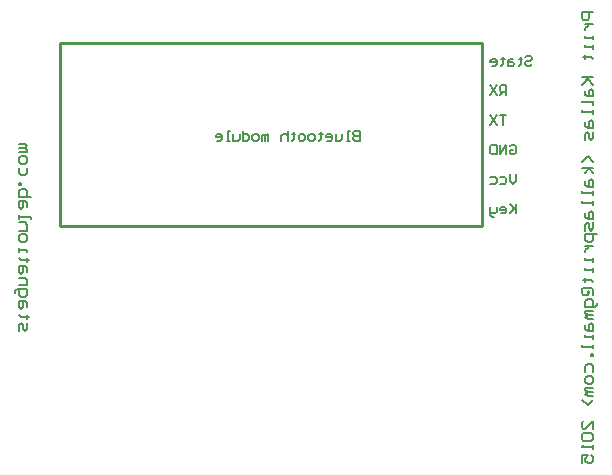
<source format=gbo>
%FSLAX23Y23*%
%MOIN*%
G70*
G01*
G75*
G04 Layer_Color=32896*
%ADD10C,0.006*%
%ADD11R,0.031X0.035*%
%ADD12R,0.030X0.033*%
G04:AMPARAMS|DCode=13|XSize=71mil|YSize=94mil|CornerRadius=0mil|HoleSize=0mil|Usage=FLASHONLY|Rotation=225.000|XOffset=0mil|YOffset=0mil|HoleType=Round|Shape=Rectangle|*
%AMROTATEDRECTD13*
4,1,4,-0.008,0.058,0.058,-0.008,0.008,-0.058,-0.058,0.008,-0.008,0.058,0.0*
%
%ADD13ROTATEDRECTD13*%

%ADD14O,0.087X0.024*%
%ADD15R,0.039X0.028*%
G04:AMPARAMS|DCode=16|XSize=22mil|YSize=69mil|CornerRadius=0mil|HoleSize=0mil|Usage=FLASHONLY|Rotation=45.000|XOffset=0mil|YOffset=0mil|HoleType=Round|Shape=Round|*
%AMOVALD16*
21,1,0.047,0.022,0.000,0.000,135.0*
1,1,0.022,0.017,-0.017*
1,1,0.022,-0.017,0.017*
%
%ADD16OVALD16*%

G04:AMPARAMS|DCode=17|XSize=22mil|YSize=69mil|CornerRadius=0mil|HoleSize=0mil|Usage=FLASHONLY|Rotation=135.000|XOffset=0mil|YOffset=0mil|HoleType=Round|Shape=Round|*
%AMOVALD17*
21,1,0.047,0.022,0.000,0.000,225.0*
1,1,0.022,0.017,0.017*
1,1,0.022,-0.017,-0.017*
%
%ADD17OVALD17*%

%ADD18R,0.067X0.031*%
G04:AMPARAMS|DCode=19|XSize=31mil|YSize=67mil|CornerRadius=0mil|HoleSize=0mil|Usage=FLASHONLY|Rotation=315.000|XOffset=0mil|YOffset=0mil|HoleType=Round|Shape=Rectangle|*
%AMROTATEDRECTD19*
4,1,4,-0.035,-0.013,0.013,0.035,0.035,0.013,-0.013,-0.035,-0.035,-0.013,0.0*
%
%ADD19ROTATEDRECTD19*%

%ADD20R,0.033X0.030*%
G04:AMPARAMS|DCode=21|XSize=33mil|YSize=30mil|CornerRadius=0mil|HoleSize=0mil|Usage=FLASHONLY|Rotation=45.000|XOffset=0mil|YOffset=0mil|HoleType=Round|Shape=Rectangle|*
%AMROTATEDRECTD21*
4,1,4,-0.001,-0.022,-0.022,-0.001,0.001,0.022,0.022,0.001,-0.001,-0.022,0.0*
%
%ADD21ROTATEDRECTD21*%

%ADD22R,0.024X0.035*%
%ADD23C,0.031*%
%ADD24R,0.016X0.069*%
G04:AMPARAMS|DCode=25|XSize=35mil|YSize=31mil|CornerRadius=0mil|HoleSize=0mil|Usage=FLASHONLY|Rotation=225.000|XOffset=0mil|YOffset=0mil|HoleType=Round|Shape=Rectangle|*
%AMROTATEDRECTD25*
4,1,4,0.001,0.024,0.024,0.001,-0.001,-0.024,-0.024,-0.001,0.001,0.024,0.0*
%
%ADD25ROTATEDRECTD25*%

%ADD26R,0.035X0.031*%
G04:AMPARAMS|DCode=27|XSize=35mil|YSize=31mil|CornerRadius=0mil|HoleSize=0mil|Usage=FLASHONLY|Rotation=135.000|XOffset=0mil|YOffset=0mil|HoleType=Round|Shape=Rectangle|*
%AMROTATEDRECTD27*
4,1,4,0.024,-0.001,0.001,-0.024,-0.024,0.001,-0.001,0.024,0.024,-0.001,0.0*
%
%ADD27ROTATEDRECTD27*%

%ADD28C,0.006*%
%ADD29C,0.067*%
%ADD30C,0.061*%
%ADD31C,0.157*%
%ADD32C,0.024*%
G04:AMPARAMS|DCode=33|XSize=47mil|YSize=55mil|CornerRadius=12mil|HoleSize=0mil|Usage=FLASHONLY|Rotation=180.000|XOffset=0mil|YOffset=0mil|HoleType=Round|Shape=RoundedRectangle|*
%AMROUNDEDRECTD33*
21,1,0.047,0.031,0,0,180.0*
21,1,0.024,0.055,0,0,180.0*
1,1,0.024,-0.012,0.016*
1,1,0.024,0.012,0.016*
1,1,0.024,0.012,-0.016*
1,1,0.024,-0.012,-0.016*
%
%ADD33ROUNDEDRECTD33*%
%ADD34C,0.063*%
%ADD35C,0.025*%
%ADD36C,0.004*%
%ADD37C,0.010*%
%ADD38C,0.024*%
%ADD39C,0.001*%
%ADD40C,0.002*%
%ADD41C,0.010*%
%ADD42C,0.008*%
%ADD43C,0.006*%
%ADD44C,0.006*%
%ADD45R,0.039X0.043*%
%ADD46R,0.038X0.041*%
G04:AMPARAMS|DCode=47|XSize=79mil|YSize=102mil|CornerRadius=0mil|HoleSize=0mil|Usage=FLASHONLY|Rotation=225.000|XOffset=0mil|YOffset=0mil|HoleType=Round|Shape=Rectangle|*
%AMROTATEDRECTD47*
4,1,4,-0.008,0.064,0.064,-0.008,0.008,-0.064,-0.064,0.008,-0.008,0.064,0.0*
%
%ADD47ROTATEDRECTD47*%

%ADD48O,0.095X0.032*%
%ADD49R,0.047X0.036*%
G04:AMPARAMS|DCode=50|XSize=30mil|YSize=77mil|CornerRadius=0mil|HoleSize=0mil|Usage=FLASHONLY|Rotation=45.000|XOffset=0mil|YOffset=0mil|HoleType=Round|Shape=Round|*
%AMOVALD50*
21,1,0.047,0.030,0.000,0.000,135.0*
1,1,0.030,0.017,-0.017*
1,1,0.030,-0.017,0.017*
%
%ADD50OVALD50*%

G04:AMPARAMS|DCode=51|XSize=30mil|YSize=77mil|CornerRadius=0mil|HoleSize=0mil|Usage=FLASHONLY|Rotation=135.000|XOffset=0mil|YOffset=0mil|HoleType=Round|Shape=Round|*
%AMOVALD51*
21,1,0.047,0.030,0.000,0.000,225.0*
1,1,0.030,0.017,0.017*
1,1,0.030,-0.017,-0.017*
%
%ADD51OVALD51*%

%ADD52R,0.075X0.039*%
G04:AMPARAMS|DCode=53|XSize=39mil|YSize=75mil|CornerRadius=0mil|HoleSize=0mil|Usage=FLASHONLY|Rotation=315.000|XOffset=0mil|YOffset=0mil|HoleType=Round|Shape=Rectangle|*
%AMROTATEDRECTD53*
4,1,4,-0.040,-0.013,0.013,0.040,0.040,0.013,-0.013,-0.040,-0.040,-0.013,0.0*
%
%ADD53ROTATEDRECTD53*%

%ADD54R,0.041X0.038*%
G04:AMPARAMS|DCode=55|XSize=41mil|YSize=38mil|CornerRadius=0mil|HoleSize=0mil|Usage=FLASHONLY|Rotation=45.000|XOffset=0mil|YOffset=0mil|HoleType=Round|Shape=Rectangle|*
%AMROTATEDRECTD55*
4,1,4,-0.001,-0.028,-0.028,-0.001,0.001,0.028,0.028,0.001,-0.001,-0.028,0.0*
%
%ADD55ROTATEDRECTD55*%

%ADD56R,0.032X0.043*%
%ADD57C,0.039*%
%ADD58R,0.024X0.077*%
G04:AMPARAMS|DCode=59|XSize=43mil|YSize=39mil|CornerRadius=0mil|HoleSize=0mil|Usage=FLASHONLY|Rotation=225.000|XOffset=0mil|YOffset=0mil|HoleType=Round|Shape=Rectangle|*
%AMROTATEDRECTD59*
4,1,4,0.001,0.029,0.029,0.001,-0.001,-0.029,-0.029,-0.001,0.001,0.029,0.0*
%
%ADD59ROTATEDRECTD59*%

%ADD60R,0.043X0.039*%
G04:AMPARAMS|DCode=61|XSize=43mil|YSize=39mil|CornerRadius=0mil|HoleSize=0mil|Usage=FLASHONLY|Rotation=135.000|XOffset=0mil|YOffset=0mil|HoleType=Round|Shape=Rectangle|*
%AMROTATEDRECTD61*
4,1,4,0.029,-0.001,0.001,-0.029,-0.029,0.001,-0.001,0.029,0.029,-0.001,0.0*
%
%ADD61ROTATEDRECTD61*%

%ADD62C,0.075*%
%ADD63C,0.069*%
%ADD64C,0.165*%
%ADD65C,0.032*%
%ADD66C,0.008*%
G04:AMPARAMS|DCode=67|XSize=55mil|YSize=63mil|CornerRadius=16mil|HoleSize=0mil|Usage=FLASHONLY|Rotation=180.000|XOffset=0mil|YOffset=0mil|HoleType=Round|Shape=RoundedRectangle|*
%AMROUNDEDRECTD67*
21,1,0.055,0.031,0,0,180.0*
21,1,0.024,0.063,0,0,180.0*
1,1,0.032,-0.012,0.016*
1,1,0.032,0.012,0.016*
1,1,0.032,0.012,-0.016*
1,1,0.032,-0.012,-0.016*
%
%ADD67ROUNDEDRECTD67*%
%ADD68C,0.071*%
%ADD69C,0.033*%
%ADD70C,0.006*%
D41*
X2553Y2006D02*
Y2616D01*
X1148D02*
X2553D01*
X1148Y2006D02*
X2553D01*
X1148D02*
Y2616D01*
D44*
X1012Y1657D02*
Y1677D01*
X1018Y1683D01*
X1025Y1677D01*
Y1663D01*
X1031Y1657D01*
X1038Y1663D01*
Y1683D01*
X1045Y1703D02*
X1038D01*
Y1696D01*
Y1709D01*
Y1703D01*
X1018D01*
X1012Y1709D01*
X1038Y1736D02*
Y1749D01*
X1031Y1755D01*
X1012D01*
Y1736D01*
X1018Y1729D01*
X1025Y1736D01*
Y1755D01*
X999Y1782D02*
Y1788D01*
X1005Y1795D01*
X1038D01*
Y1775D01*
X1031Y1768D01*
X1018D01*
X1012Y1775D01*
Y1795D01*
Y1808D02*
X1038D01*
Y1827D01*
X1031Y1834D01*
X1012D01*
X1038Y1854D02*
Y1867D01*
X1031Y1873D01*
X1012D01*
Y1854D01*
X1018Y1847D01*
X1025Y1854D01*
Y1873D01*
X1045Y1893D02*
X1038D01*
Y1887D01*
Y1900D01*
Y1893D01*
X1018D01*
X1012Y1900D01*
Y1919D02*
Y1932D01*
Y1926D01*
X1038D01*
Y1919D01*
X1012Y1959D02*
Y1972D01*
X1018Y1978D01*
X1031D01*
X1038Y1972D01*
Y1959D01*
X1031Y1952D01*
X1018D01*
X1012Y1959D01*
Y1991D02*
X1038D01*
Y2011D01*
X1031Y2018D01*
X1012D01*
Y2031D02*
Y2044D01*
Y2037D01*
X1051D01*
Y2031D01*
X1038Y2070D02*
Y2083D01*
X1031Y2090D01*
X1012D01*
Y2070D01*
X1018Y2064D01*
X1025Y2070D01*
Y2090D01*
X1051Y2103D02*
X1012D01*
Y2123D01*
X1018Y2129D01*
X1025D01*
X1031D01*
X1038Y2123D01*
Y2103D01*
X1012Y2142D02*
X1018D01*
Y2149D01*
X1012D01*
Y2142D01*
X1038Y2201D02*
Y2182D01*
X1031Y2175D01*
X1018D01*
X1012Y2182D01*
Y2201D01*
Y2221D02*
Y2234D01*
X1018Y2241D01*
X1031D01*
X1038Y2234D01*
Y2221D01*
X1031Y2214D01*
X1018D01*
X1012Y2221D01*
Y2254D02*
X1038D01*
Y2260D01*
X1031Y2267D01*
X1012D01*
X1031D01*
X1038Y2274D01*
X1031Y2280D01*
X1012D01*
X2925Y2720D02*
X2886D01*
Y2700D01*
X2892Y2693D01*
X2906D01*
X2912Y2700D01*
Y2720D01*
X2899Y2680D02*
X2925D01*
X2912D01*
X2906Y2674D01*
X2899Y2667D01*
Y2661D01*
X2925Y2641D02*
Y2628D01*
Y2634D01*
X2899D01*
Y2641D01*
X2925Y2608D02*
Y2595D01*
Y2602D01*
X2899D01*
Y2608D01*
X2892Y2569D02*
X2899D01*
Y2575D01*
Y2562D01*
Y2569D01*
X2919D01*
X2925Y2562D01*
X2886Y2503D02*
X2925D01*
X2912D01*
X2886Y2477D01*
X2906Y2497D01*
X2925Y2477D01*
X2899Y2457D02*
Y2444D01*
X2906Y2438D01*
X2925D01*
Y2457D01*
X2919Y2464D01*
X2912Y2457D01*
Y2438D01*
X2925Y2424D02*
Y2411D01*
Y2418D01*
X2886D01*
Y2424D01*
X2925Y2392D02*
Y2378D01*
Y2385D01*
X2886D01*
Y2392D01*
X2899Y2352D02*
Y2339D01*
X2906Y2333D01*
X2925D01*
Y2352D01*
X2919Y2359D01*
X2912Y2352D01*
Y2333D01*
X2925Y2319D02*
Y2300D01*
X2919Y2293D01*
X2912Y2300D01*
Y2313D01*
X2906Y2319D01*
X2899Y2313D01*
Y2293D01*
X2925Y2221D02*
X2906Y2241D01*
X2886Y2221D01*
X2925Y2201D02*
X2886D01*
X2912D02*
X2899Y2182D01*
X2912Y2201D02*
X2925Y2182D01*
X2899Y2155D02*
Y2142D01*
X2906Y2136D01*
X2925D01*
Y2155D01*
X2919Y2162D01*
X2912Y2155D01*
Y2136D01*
X2925Y2123D02*
Y2110D01*
Y2116D01*
X2886D01*
Y2123D01*
X2925Y2090D02*
Y2077D01*
Y2083D01*
X2886D01*
Y2090D01*
X2899Y2050D02*
Y2037D01*
X2906Y2031D01*
X2925D01*
Y2050D01*
X2919Y2057D01*
X2912Y2050D01*
Y2031D01*
X2925Y2018D02*
Y1998D01*
X2919Y1991D01*
X2912Y1998D01*
Y2011D01*
X2906Y2018D01*
X2899Y2011D01*
Y1991D01*
X2938Y1978D02*
X2899D01*
Y1959D01*
X2906Y1952D01*
X2919D01*
X2925Y1959D01*
Y1978D01*
X2899Y1939D02*
X2925D01*
X2912D01*
X2906Y1932D01*
X2899Y1926D01*
Y1919D01*
X2925Y1900D02*
Y1887D01*
Y1893D01*
X2899D01*
Y1900D01*
X2925Y1867D02*
Y1854D01*
Y1860D01*
X2899D01*
Y1867D01*
X2892Y1827D02*
X2899D01*
Y1834D01*
Y1821D01*
Y1827D01*
X2919D01*
X2925Y1821D01*
X2912Y1782D02*
X2906D01*
Y1788D01*
X2912D01*
Y1782D01*
X2906Y1775D01*
X2892D01*
X2886Y1782D01*
Y1795D01*
X2892Y1801D01*
X2919D01*
X2925Y1795D01*
Y1775D01*
X2938Y1749D02*
Y1742D01*
X2932Y1736D01*
X2899D01*
Y1755D01*
X2906Y1762D01*
X2919D01*
X2925Y1755D01*
Y1736D01*
Y1723D02*
X2899D01*
Y1716D01*
X2906Y1709D01*
X2925D01*
X2906D01*
X2899Y1703D01*
X2906Y1696D01*
X2925D01*
X2899Y1677D02*
Y1663D01*
X2906Y1657D01*
X2925D01*
Y1677D01*
X2919Y1683D01*
X2912Y1677D01*
Y1657D01*
X2925Y1644D02*
Y1631D01*
Y1637D01*
X2899D01*
Y1644D01*
X2925Y1611D02*
Y1598D01*
Y1604D01*
X2886D01*
Y1611D01*
X2925Y1578D02*
X2919D01*
Y1572D01*
X2925D01*
Y1578D01*
X2899Y1519D02*
Y1539D01*
X2906Y1545D01*
X2919D01*
X2925Y1539D01*
Y1519D01*
Y1499D02*
Y1486D01*
X2919Y1480D01*
X2906D01*
X2899Y1486D01*
Y1499D01*
X2906Y1506D01*
X2919D01*
X2925Y1499D01*
Y1467D02*
X2899D01*
Y1460D01*
X2906Y1454D01*
X2925D01*
X2906D01*
X2899Y1447D01*
X2906Y1440D01*
X2925D01*
Y1427D02*
X2906Y1408D01*
X2886Y1427D01*
X2925Y1329D02*
Y1355D01*
X2899Y1329D01*
X2892D01*
X2886Y1336D01*
Y1349D01*
X2892Y1355D01*
Y1316D02*
X2886Y1309D01*
Y1296D01*
X2892Y1290D01*
X2919D01*
X2925Y1296D01*
Y1309D01*
X2919Y1316D01*
X2892D01*
X2925Y1276D02*
Y1263D01*
Y1270D01*
X2886D01*
X2892Y1276D01*
X2886Y1217D02*
Y1244D01*
X2906D01*
X2899Y1231D01*
Y1224D01*
X2906Y1217D01*
X2919D01*
X2925Y1224D01*
Y1237D01*
X2919Y1244D01*
D70*
X2146Y2323D02*
Y2291D01*
X2130D01*
X2124Y2297D01*
Y2302D01*
X2130Y2307D01*
X2146D01*
X2130D01*
X2124Y2313D01*
Y2318D01*
X2130Y2323D01*
X2146D01*
X2114Y2291D02*
X2103D01*
X2108D01*
Y2323D01*
X2114D01*
X2087Y2313D02*
Y2297D01*
X2082Y2291D01*
X2066D01*
Y2313D01*
X2039Y2291D02*
X2050D01*
X2055Y2297D01*
Y2307D01*
X2050Y2313D01*
X2039D01*
X2034Y2307D01*
Y2302D01*
X2055D01*
X2018Y2318D02*
Y2313D01*
X2023D01*
X2012D01*
X2018D01*
Y2297D01*
X2012Y2291D01*
X1991D02*
X1980D01*
X1975Y2297D01*
Y2307D01*
X1980Y2313D01*
X1991D01*
X1996Y2307D01*
Y2297D01*
X1991Y2291D01*
X1959D02*
X1948D01*
X1943Y2297D01*
Y2307D01*
X1948Y2313D01*
X1959D01*
X1964Y2307D01*
Y2297D01*
X1959Y2291D01*
X1927Y2318D02*
Y2313D01*
X1932D01*
X1922D01*
X1927D01*
Y2297D01*
X1922Y2291D01*
X1906Y2323D02*
Y2291D01*
Y2307D01*
X1900Y2313D01*
X1890D01*
X1884Y2307D01*
Y2291D01*
X1842D02*
Y2313D01*
X1836D01*
X1831Y2307D01*
Y2291D01*
Y2307D01*
X1826Y2313D01*
X1820Y2307D01*
Y2291D01*
X1804D02*
X1794D01*
X1788Y2297D01*
Y2307D01*
X1794Y2313D01*
X1804D01*
X1810Y2307D01*
Y2297D01*
X1804Y2291D01*
X1756Y2323D02*
Y2291D01*
X1772D01*
X1778Y2297D01*
Y2307D01*
X1772Y2313D01*
X1756D01*
X1746D02*
Y2297D01*
X1740Y2291D01*
X1724D01*
Y2313D01*
X1714Y2291D02*
X1703D01*
X1708D01*
Y2323D01*
X1714D01*
X1671Y2291D02*
X1682D01*
X1687Y2297D01*
Y2307D01*
X1682Y2313D01*
X1671D01*
X1666Y2307D01*
Y2302D01*
X1687D01*
X2699Y2568D02*
X2705Y2573D01*
X2715D01*
X2721Y2568D01*
Y2563D01*
X2715Y2557D01*
X2705D01*
X2699Y2552D01*
Y2547D01*
X2705Y2541D01*
X2715D01*
X2721Y2547D01*
X2683Y2568D02*
Y2563D01*
X2689D01*
X2678D01*
X2683D01*
Y2547D01*
X2678Y2541D01*
X2657Y2563D02*
X2646D01*
X2641Y2557D01*
Y2541D01*
X2657D01*
X2662Y2547D01*
X2657Y2552D01*
X2641D01*
X2625Y2568D02*
Y2563D01*
X2630D01*
X2619D01*
X2625D01*
Y2547D01*
X2619Y2541D01*
X2587D02*
X2598D01*
X2603Y2547D01*
Y2557D01*
X2598Y2563D01*
X2587D01*
X2582Y2557D01*
Y2552D01*
X2603D01*
X2635Y2443D02*
Y2475D01*
X2619D01*
X2614Y2469D01*
Y2459D01*
X2619Y2453D01*
X2635D01*
X2625D02*
X2614Y2443D01*
X2603Y2475D02*
X2582Y2443D01*
Y2475D02*
X2603Y2443D01*
X2635Y2376D02*
X2614D01*
X2625D01*
Y2344D01*
X2603Y2376D02*
X2582Y2344D01*
Y2376D02*
X2603Y2344D01*
X2646Y2272D02*
X2651Y2277D01*
X2662D01*
X2667Y2272D01*
Y2251D01*
X2662Y2245D01*
X2651D01*
X2646Y2251D01*
Y2261D01*
X2657D01*
X2635Y2245D02*
Y2277D01*
X2614Y2245D01*
Y2277D01*
X2603D02*
Y2245D01*
X2587D01*
X2582Y2251D01*
Y2272D01*
X2587Y2277D01*
X2603D01*
X2667Y2179D02*
Y2157D01*
X2657Y2147D01*
X2646Y2157D01*
Y2179D01*
X2614Y2168D02*
X2630D01*
X2635Y2163D01*
Y2152D01*
X2630Y2147D01*
X2614D01*
X2582Y2168D02*
X2598D01*
X2603Y2163D01*
Y2152D01*
X2598Y2147D01*
X2582D01*
X2667Y2080D02*
Y2048D01*
Y2059D01*
X2646Y2080D01*
X2662Y2064D01*
X2646Y2048D01*
X2619D02*
X2630D01*
X2635Y2053D01*
Y2064D01*
X2630Y2069D01*
X2619D01*
X2614Y2064D01*
Y2059D01*
X2635D01*
X2603Y2069D02*
Y2053D01*
X2598Y2048D01*
X2582D01*
Y2043D01*
X2587Y2037D01*
X2593D01*
X2582Y2048D02*
Y2069D01*
M02*

</source>
